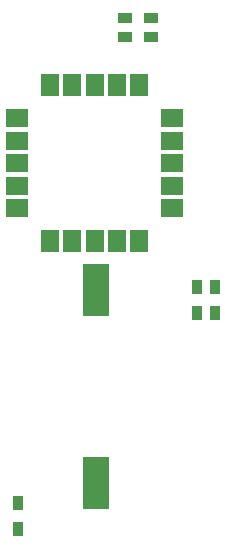
<source format=gbr>
G04 #@! TF.GenerationSoftware,KiCad,Pcbnew,(5.1.4)-1*
G04 #@! TF.CreationDate,2019-12-03T14:04:10-06:00*
G04 #@! TF.ProjectId,cutdown,63757464-6f77-46e2-9e6b-696361645f70,rev?*
G04 #@! TF.SameCoordinates,Original*
G04 #@! TF.FileFunction,Paste,Top*
G04 #@! TF.FilePolarity,Positive*
%FSLAX46Y46*%
G04 Gerber Fmt 4.6, Leading zero omitted, Abs format (unit mm)*
G04 Created by KiCad (PCBNEW (5.1.4)-1) date 2019-12-03 14:04:10*
%MOMM*%
%LPD*%
G04 APERTURE LIST*
%ADD10R,2.300000X4.500000*%
%ADD11R,0.900000X1.200000*%
%ADD12R,1.200000X0.900000*%
%ADD13R,1.600000X1.900000*%
%ADD14R,1.900000X1.600000*%
G04 APERTURE END LIST*
D10*
X191262000Y-85370000D03*
X191262000Y-101770000D03*
D11*
X184658000Y-103421000D03*
X184658000Y-105621000D03*
D12*
X195918000Y-62357000D03*
X193718000Y-62357000D03*
X193718000Y-64008000D03*
X195918000Y-64008000D03*
D11*
X199771000Y-85133000D03*
X199771000Y-87333000D03*
X201295000Y-85133000D03*
X201295000Y-87333000D03*
D13*
X187335000Y-68076000D03*
D14*
X184535000Y-70876000D03*
X184535000Y-72776000D03*
X184535000Y-74676000D03*
X184535000Y-76576000D03*
X184535000Y-78476000D03*
X197735000Y-78476000D03*
X197735000Y-76576000D03*
X197735000Y-74676000D03*
X197735000Y-72776000D03*
X197735000Y-70876000D03*
D13*
X187335000Y-81276000D03*
X189235000Y-81276000D03*
X191135000Y-81276000D03*
X193035000Y-81276000D03*
X194935000Y-81276000D03*
X194935000Y-68076000D03*
X193035000Y-68076000D03*
X191135000Y-68076000D03*
X189235000Y-68076000D03*
M02*

</source>
